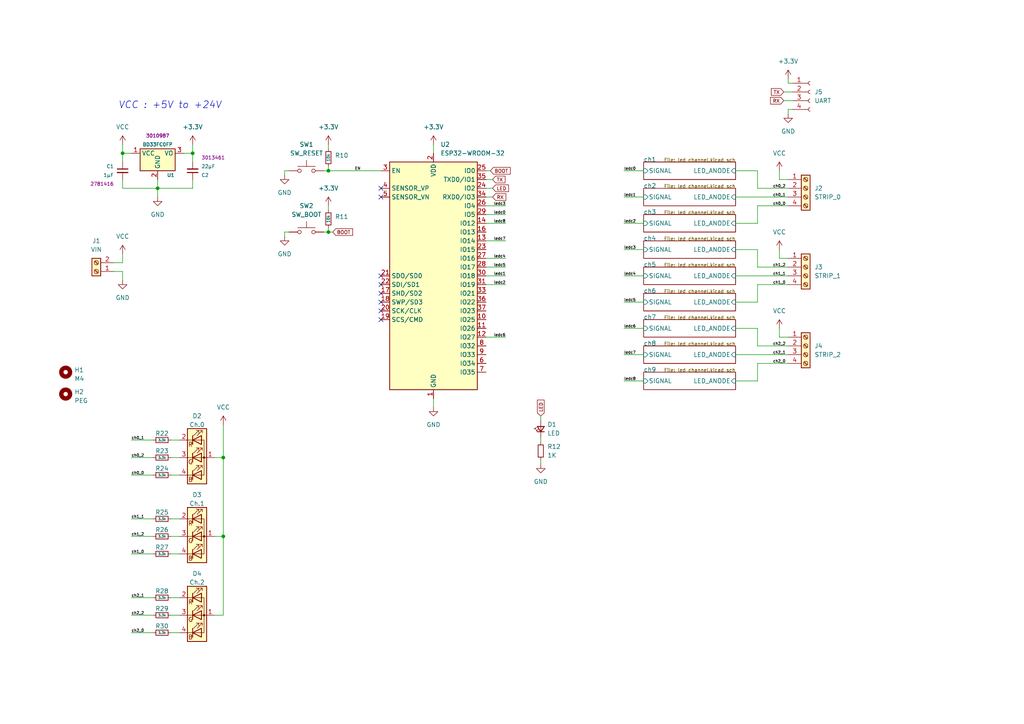
<source format=kicad_sch>
(kicad_sch (version 20230121) (generator eeschema)
  (paper "A4")
  (lib_symbols
    (symbol "Connector:Conn_01x04_Female" (pin_names (offset 1.016) hide)
      (property "Reference" "J" (at 0 5.08 0))
      (property "Value" "Conn_01x04_Female" (at 0 -7.62 0))
      (symbol "Conn_01x04_Female_1_1"
        (arc (start 0 -4.572) (mid -0.5058 -5.08) (end 0 -5.588) (stroke (width 0.1524)))
        (arc (start 0 -2.032) (mid -0.5058 -2.54) (end 0 -3.048) (stroke (width 0.1524)))
        (polyline (pts (xy -1.27 -5.08) (xy -0.508 -5.08)) (stroke (width 0.1524)))
        (polyline (pts (xy -1.27 -2.54) (xy -0.508 -2.54)) (stroke (width 0.1524)))
        (polyline (pts (xy -1.27 0) (xy -0.508 0)) (stroke (width 0.1524)))
        (polyline (pts (xy -1.27 2.54) (xy -0.508 2.54)) (stroke (width 0.1524)))
        (arc (start 0 0.508) (mid -0.5058 0) (end 0 -0.508) (stroke (width 0.1524)))
        (arc (start 0 3.048) (mid -0.5058 2.54) (end 0 2.032) (stroke (width 0.1524)))
        (pin passive line (at -5.08 2.54 0) (length 3.81) (name "Pin_1") (number "1"))
        (pin passive line (at -5.08 0 0) (length 3.81) (name "Pin_2") (number "2"))
        (pin passive line (at -5.08 -2.54 0) (length 3.81) (name "Pin_3") (number "3"))
        (pin passive line (at -5.08 -5.08 0) (length 3.81) (name "Pin_4") (number "4"))
      )
    )
    (symbol "Connector:Screw_Terminal_01x02" (pin_names (offset 1.016) hide)
      (property "Reference" "J" (at 0 2.54 0))
      (property "Value" "Screw_Terminal_01x02" (at 0 -5.08 0))
      (symbol "Screw_Terminal_01x02_1_1"
        (rectangle (start -1.27 1.27) (end 1.27 -3.81) (stroke (width 0.254)) (fill (type background)))
        (circle (center 0 -2.54) (radius 0.635) (stroke (width 0.1524)))
        (polyline (pts (xy -0.5334 -2.2098) (xy 0.3302 -3.048)) (stroke (width 0.1524)))
        (polyline (pts (xy -0.5334 0.3302) (xy 0.3302 -0.508)) (stroke (width 0.1524)))
        (polyline (pts (xy -0.3556 -2.032) (xy 0.508 -2.8702)) (stroke (width 0.1524)))
        (polyline (pts (xy -0.3556 0.508) (xy 0.508 -0.3302)) (stroke (width 0.1524)))
        (circle (center 0 0) (radius 0.635) (stroke (width 0.1524)))
        (pin passive line (at -5.08 0 0) (length 3.81) (name "Pin_1") (number "1"))
        (pin passive line (at -5.08 -2.54 0) (length 3.81) (name "Pin_2") (number "2"))
      )
    )
    (symbol "Connector:Screw_Terminal_01x04" (pin_names (offset 1.016) hide)
      (property "Reference" "J" (at 0 5.08 0))
      (property "Value" "Screw_Terminal_01x04" (at 0 -7.62 0))
      (symbol "Screw_Terminal_01x04_1_1"
        (rectangle (start -1.27 3.81) (end 1.27 -6.35) (stroke (width 0.254)) (fill (type background)))
        (circle (center 0 -5.08) (radius 0.635) (stroke (width 0.1524)))
        (circle (center 0 -2.54) (radius 0.635) (stroke (width 0.1524)))
        (polyline (pts (xy -0.5334 -4.7498) (xy 0.3302 -5.588)) (stroke (width 0.1524)))
        (polyline (pts (xy -0.5334 -2.2098) (xy 0.3302 -3.048)) (stroke (width 0.1524)))
        (polyline (pts (xy -0.5334 0.3302) (xy 0.3302 -0.508)) (stroke (width 0.1524)))
        (polyline (pts (xy -0.5334 2.8702) (xy 0.3302 2.032)) (stroke (width 0.1524)))
        (polyline (pts (xy -0.3556 -4.572) (xy 0.508 -5.4102)) (stroke (width 0.1524)))
        (polyline (pts (xy -0.3556 -2.032) (xy 0.508 -2.8702)) (stroke (width 0.1524)))
        (polyline (pts (xy -0.3556 0.508) (xy 0.508 -0.3302)) (stroke (width 0.1524)))
        (polyline (pts (xy -0.3556 3.048) (xy 0.508 2.2098)) (stroke (width 0.1524)))
        (circle (center 0 0) (radius 0.635) (stroke (width 0.1524)))
        (circle (center 0 2.54) (radius 0.635) (stroke (width 0.1524)))
        (pin passive line (at -5.08 2.54 0) (length 3.81) (name "Pin_1") (number "1"))
        (pin passive line (at -5.08 0 0) (length 3.81) (name "Pin_2") (number "2"))
        (pin passive line (at -5.08 -2.54 0) (length 3.81) (name "Pin_3") (number "3"))
        (pin passive line (at -5.08 -5.08 0) (length 3.81) (name "Pin_4") (number "4"))
      )
    )
    (symbol "Device:C_Small" (pin_numbers hide) (pin_names (offset 0.254) hide)
      (property "Reference" "C" (at 0.254 1.778 0))
      (property "Value" "C_Small" (at 0.254 -2.032 0))
      (symbol "C_Small_0_1"
        (polyline (pts (xy -1.524 -0.508) (xy 1.524 -0.508)) (stroke (width 0.3302)))
        (polyline (pts (xy -1.524 0.508) (xy 1.524 0.508)) (stroke (width 0.3048)))
      )
      (symbol "C_Small_1_1"
        (pin passive line (at 0 2.54 270) (length 2.032) (name "~") (number "1"))
        (pin passive line (at 0 -2.54 90) (length 2.032) (name "~") (number "2"))
      )
    )
    (symbol "Device:LED_ARGB" (pin_names (offset 0) hide)
      (property "Reference" "D" (at 0 9.398 0))
      (property "Value" "LED_ARGB" (at 0 -8.89 0))
      (symbol "LED_ARGB_0_0"
        (text "B" (at -1.905 -6.35 0) (effects (font (size 1.27 1.27))))
        (text "G" (at -1.905 -1.27 0) (effects (font (size 1.27 1.27))))
        (text "R" (at -1.905 3.81 0) (effects (font (size 1.27 1.27))))
      )
      (symbol "LED_ARGB_0_1"
        (polyline (pts (xy -1.27 -5.08) (xy -2.54 -5.08)))
        (polyline (pts (xy -1.27 -5.08) (xy 1.27 -5.08)))
        (polyline (pts (xy -1.27 -3.81) (xy -1.27 -6.35)) (stroke (width 0.254)))
        (polyline (pts (xy -1.27 0) (xy -2.54 0)))
        (polyline (pts (xy -1.27 1.27) (xy -1.27 -1.27)) (stroke (width 0.254)))
        (polyline (pts (xy -1.27 5.08) (xy -2.54 5.08)))
        (polyline (pts (xy -1.27 5.08) (xy 1.27 5.08)))
        (polyline (pts (xy -1.27 6.35) (xy -1.27 3.81)) (stroke (width 0.254)))
        (polyline (pts (xy 1.27 0) (xy -1.27 0)))
        (polyline (pts (xy 1.27 0) (xy 2.54 0)))
        (polyline (pts (xy -1.27 1.27) (xy -1.27 -1.27) (xy -1.27 -1.27)))
        (polyline (pts (xy -1.27 6.35) (xy -1.27 3.81) (xy -1.27 3.81)))
        (polyline (pts (xy 1.27 -5.08) (xy 2.032 -5.08) (xy 2.032 5.08) (xy 1.27 5.08)))
        (polyline (pts (xy 1.27 -3.81) (xy 1.27 -6.35) (xy -1.27 -5.08) (xy 1.27 -3.81)) (stroke (width 0.254)))
        (polyline (pts (xy 1.27 1.27) (xy 1.27 -1.27) (xy -1.27 0) (xy 1.27 1.27)) (stroke (width 0.254)))
        (polyline (pts (xy 1.27 6.35) (xy 1.27 3.81) (xy -1.27 5.08) (xy 1.27 6.35)) (stroke (width 0.254)))
        (polyline (pts (xy -1.016 -3.81) (xy 0.508 -2.286) (xy -0.254 -2.286) (xy 0.508 -2.286) (xy 0.508 -3.048)))
        (polyline (pts (xy -1.016 1.27) (xy 0.508 2.794) (xy -0.254 2.794) (xy 0.508 2.794) (xy 0.508 2.032)))
        (polyline (pts (xy -1.016 6.35) (xy 0.508 7.874) (xy -0.254 7.874) (xy 0.508 7.874) (xy 0.508 7.112)))
        (polyline (pts (xy 0 -3.81) (xy 1.524 -2.286) (xy 0.762 -2.286) (xy 1.524 -2.286) (xy 1.524 -3.048)))
        (polyline (pts (xy 0 1.27) (xy 1.524 2.794) (xy 0.762 2.794) (xy 1.524 2.794) (xy 1.524 2.032)))
        (polyline (pts (xy 0 6.35) (xy 1.524 7.874) (xy 0.762 7.874) (xy 1.524 7.874) (xy 1.524 7.112)))
        (rectangle (start 1.27 -1.27) (end 1.27 1.27))
        (rectangle (start 1.27 1.27) (end 1.27 1.27))
        (rectangle (start 1.27 3.81) (end 1.27 6.35))
        (rectangle (start 1.27 6.35) (end 1.27 6.35))
        (circle (center 2.032 0) (radius 0.254) (fill (type outline)))
        (rectangle (start 2.794 8.382) (end -2.794 -7.62) (stroke (width 0.254)) (fill (type background)))
      )
      (symbol "LED_ARGB_1_1"
        (pin passive line (at 5.08 0 180) (length 2.54) (name "A") (number "1"))
        (pin passive line (at -5.08 5.08 0) (length 2.54) (name "RK") (number "2"))
        (pin passive line (at -5.08 0 0) (length 2.54) (name "GK") (number "3"))
        (pin passive line (at -5.08 -5.08 0) (length 2.54) (name "BK") (number "4"))
      )
    )
    (symbol "Device:LED_Small" (pin_numbers hide) (pin_names (offset 0.254) hide)
      (property "Reference" "D" (at -1.27 3.175 0))
      (property "Value" "LED_Small" (at -4.445 -2.54 0))
      (symbol "LED_Small_0_1"
        (polyline (pts (xy -0.762 -1.016) (xy -0.762 1.016)) (stroke (width 0.254)))
        (polyline (pts (xy 1.016 0) (xy -0.762 0)))
        (polyline (pts (xy 0.762 -1.016) (xy -0.762 0) (xy 0.762 1.016) (xy 0.762 -1.016)) (stroke (width 0.254)))
        (polyline (pts (xy 0 0.762) (xy -0.508 1.27) (xy -0.254 1.27) (xy -0.508 1.27) (xy -0.508 1.016)))
        (polyline (pts (xy 0.508 1.27) (xy 0 1.778) (xy 0.254 1.778) (xy 0 1.778) (xy 0 1.524)))
      )
      (symbol "LED_Small_1_1"
        (pin passive line (at -2.54 0 0) (length 1.778) (name "K") (number "1"))
        (pin passive line (at 2.54 0 180) (length 1.778) (name "A") (number "2"))
      )
    )
    (symbol "Device:R_Small" (pin_numbers hide) (pin_names (offset 0.254) hide)
      (property "Reference" "R" (at 0.762 0.508 0))
      (property "Value" "R_Small" (at 0.762 -1.016 0))
      (symbol "R_Small_0_1"
        (rectangle (start -0.762 1.778) (end 0.762 -1.778) (stroke (width 0.2032)))
      )
      (symbol "R_Small_1_1"
        (pin passive line (at 0 2.54 270) (length 0.762) (name "~") (number "1"))
        (pin passive line (at 0 -2.54 90) (length 0.762) (name "~") (number "2"))
      )
    )
    (symbol "Mechanical:MountingHole" (pin_names (offset 1.016))
      (property "Reference" "H" (at 0 5.08 0))
      (property "Value" "MountingHole" (at 0 3.175 0))
      (symbol "MountingHole_0_1"
        (circle (center 0 0) (radius 1.27) (stroke (width 1.27)))
      )
    )
    (symbol "RF_Module:ESP32-WROOM-32"
      (property "Reference" "U" (at -12.7 34.29 0))
      (property "Value" "ESP32-WROOM-32" (at 1.27 34.29 0))
      (symbol "ESP32-WROOM-32_0_1"
        (rectangle (start -12.7 33.02) (end 12.7 -33.02) (stroke (width 0.254)) (fill (type background)))
      )
      (symbol "ESP32-WROOM-32_1_1"
        (pin power_in line (at 0 -35.56 90) (length 2.54) (name "GND") (number "1"))
        (pin bidirectional line (at 15.24 -12.7 180) (length 2.54) (name "IO25") (number "10"))
        (pin bidirectional line (at 15.24 -15.24 180) (length 2.54) (name "IO26") (number "11"))
        (pin bidirectional line (at 15.24 -17.78 180) (length 2.54) (name "IO27") (number "12"))
        (pin bidirectional line (at 15.24 10.16 180) (length 2.54) (name "IO14") (number "13"))
        (pin bidirectional line (at 15.24 15.24 180) (length 2.54) (name "IO12") (number "14"))
        (pin passive line (at 0 -35.56 90) (length 2.54) hide (name "GND") (number "15"))
        (pin bidirectional line (at 15.24 12.7 180) (length 2.54) (name "IO13") (number "16"))
        (pin bidirectional line (at -15.24 -5.08 0) (length 2.54) (name "SHD/SD2") (number "17"))
        (pin bidirectional line (at -15.24 -7.62 0) (length 2.54) (name "SWP/SD3") (number "18"))
        (pin bidirectional line (at -15.24 -12.7 0) (length 2.54) (name "SCS/CMD") (number "19"))
        (pin power_in line (at 0 35.56 270) (length 2.54) (name "VDD") (number "2"))
        (pin bidirectional line (at -15.24 -10.16 0) (length 2.54) (name "SCK/CLK") (number "20"))
        (pin bidirectional line (at -15.24 0 0) (length 2.54) (name "SDO/SD0") (number "21"))
        (pin bidirectional line (at -15.24 -2.54 0) (length 2.54) (name "SDI/SD1") (number "22"))
        (pin bidirectional line (at 15.24 7.62 180) (length 2.54) (name "IO15") (number "23"))
        (pin bidirectional line (at 15.24 25.4 180) (length 2.54) (name "IO2") (number "24"))
        (pin bidirectional line (at 15.24 30.48 180) (length 2.54) (name "IO0") (number "25"))
        (pin bidirectional line (at 15.24 20.32 180) (length 2.54) (name "IO4") (number "26"))
        (pin bidirectional line (at 15.24 5.08 180) (length 2.54) (name "IO16") (number "27"))
        (pin bidirectional line (at 15.24 2.54 180) (length 2.54) (name "IO17") (number "28"))
        (pin bidirectional line (at 15.24 17.78 180) (length 2.54) (name "IO5") (number "29"))
        (pin input line (at -15.24 30.48 0) (length 2.54) (name "EN") (number "3"))
        (pin bidirectional line (at 15.24 0 180) (length 2.54) (name "IO18") (number "30"))
        (pin bidirectional line (at 15.24 -2.54 180) (length 2.54) (name "IO19") (number "31"))
        (pin no_connect line (at -12.7 -27.94 0) (length 2.54) hide (name "NC") (number "32"))
        (pin bidirectional line (at 15.24 -5.08 180) (length 2.54) (name "IO21") (number "33"))
        (pin bidirectional line (at 15.24 22.86 180) (length 2.54) (name "RXD0/IO3") (number "34"))
        (pin bidirectional line (at 15.24 27.94 180) (length 2.54) (name "TXD0/IO1") (number "35"))
        (pin bidirectional line (at 15.24 -7.62 180) (length 2.54) (name "IO22") (number "36"))
        (pin bidirectional line (at 15.24 -10.16 180) (length 2.54) (name "IO23") (number "37"))
        (pin passive line (at 0 -35.56 90) (length 2.54) hide (name "GND") (number "38"))
        (pin passive line (at 0 -35.56 90) (length 2.54) hide (name "GND") (number "39"))
        (pin input line (at -15.24 25.4 0) (length 2.54) (name "SENSOR_VP") (number "4"))
        (pin input line (at -15.24 22.86 0) (length 2.54) (name "SENSOR_VN") (number "5"))
        (pin input line (at 15.24 -25.4 180) (length 2.54) (name "IO34") (number "6"))
        (pin input line (at 15.24 -27.94 180) (length 2.54) (name "IO35") (number "7"))
        (pin bidirectional line (at 15.24 -20.32 180) (length 2.54) (name "IO32") (number "8"))
        (pin bidirectional line (at 15.24 -22.86 180) (length 2.54) (name "IO33") (number "9"))
      )
    )
    (symbol "Regulator_Linear:BD33FC0FP"
      (property "Reference" "U" (at 0 7.62 0))
      (property "Value" "BD33FC0FP" (at 0 5.08 0))
      (symbol "BD33FC0FP_1_1"
        (rectangle (start -5.08 -5.08) (end 5.08 1.27) (stroke (width 0.254)) (fill (type background)))
        (pin power_in line (at -7.62 0 0) (length 2.54) (name "VCC") (number "1"))
        (pin power_in line (at 0 -7.62 90) (length 2.54) (name "GND") (number "2"))
        (pin power_out line (at 7.62 0 180) (length 2.54) (name "VO") (number "3"))
      )
    )
    (symbol "Switch:SW_Push" (pin_numbers hide) (pin_names (offset 1.016) hide)
      (property "Reference" "SW" (at 1.27 2.54 0))
      (property "Value" "SW_Push" (at 0 -1.524 0))
      (symbol "SW_Push_0_1"
        (circle (center -2.032 0) (radius 0.508))
        (polyline (pts (xy 0 1.27) (xy 0 3.048)))
        (polyline (pts (xy 2.54 1.27) (xy -2.54 1.27)))
        (circle (center 2.032 0) (radius 0.508))
        (pin passive line (at -5.08 0 0) (length 2.54) (name "1") (number "1"))
        (pin passive line (at 5.08 0 180) (length 2.54) (name "2") (number "2"))
      )
    )
    (symbol "power:+3.3V" (power) (pin_names (offset 0))
      (property "Value" "+3.3V" (at 0 3.556 0))
      (symbol "+3.3V_0_1"
        (polyline (pts (xy -0.762 1.27) (xy 0 2.54)))
        (polyline (pts (xy 0 0) (xy 0 2.54)))
        (polyline (pts (xy 0 2.54) (xy 0.762 1.27)))
      )
      (symbol "+3.3V_1_1"
        (pin power_in line (at 0 0 90) (length 0) hide (name "+3.3V") (number "1"))
      )
    )
    (symbol "power:GND" (power) (pin_names (offset 0))
      (property "Value" "GND" (at 0 -3.81 0))
      (symbol "GND_0_1"
        (polyline (pts (xy 0 0) (xy 0 -1.27) (xy 1.27 -1.27) (xy 0 -2.54) (xy -1.27 -1.27) (xy 0 -1.27)))
      )
      (symbol "GND_1_1"
        (pin power_in line (at 0 0 270) (length 0) hide (name "GND") (number "1"))
      )
    )
    (symbol "power:VCC" (power) (pin_names (offset 0))
      (property "Value" "VCC" (at 0 3.81 0))
      (symbol "VCC_0_1"
        (polyline (pts (xy -0.762 1.27) (xy 0 2.54)))
        (polyline (pts (xy 0 0) (xy 0 2.54)))
        (polyline (pts (xy 0 2.54) (xy 0.762 1.27)))
      )
      (symbol "VCC_1_1"
        (pin power_in line (at 0 0 90) (length 0) hide (name "VCC") (number "1"))
      )
    )
  )
  (junction (at 64.77 132.715))
  (junction (at 95.25 49.53))
  (junction (at 55.88 44.45))
  (junction (at 45.72 54.61))
  (junction (at 35.56 44.45))
  (junction (at 64.77 155.575))
  (junction (at 95.25 67.31))
  (no_connect (at 110.49 57.15))
  (no_connect (at 110.49 54.61))
  (no_connect (at 110.49 80.01))
  (no_connect (at 110.49 82.55))
  (no_connect (at 110.49 85.09))
  (no_connect (at 110.49 90.17))
  (no_connect (at 110.49 92.71))
  (no_connect (at 110.49 87.63))
  (wire (pts (xy 140.97 49.53) (xy 142.24 49.53)))
  (wire (pts (xy 226.06 72.39) (xy 226.06 74.93)))
  (wire (pts (xy 95.25 41.91) (xy 95.25 43.18)))
  (wire (pts (xy 38.1 183.515) (xy 44.45 183.515)))
  (wire (pts (xy 213.36 95.25) (xy 219.71 95.25)))
  (wire (pts (xy 226.06 74.93) (xy 228.6 74.93)))
  (wire (pts (xy 146.685 77.47) (xy 140.97 77.47)))
  (wire (pts (xy 219.71 110.49) (xy 219.71 105.41)))
  (wire (pts (xy 82.55 49.53) (xy 83.82 49.53)))
  (wire (pts (xy 49.53 183.515) (xy 52.07 183.515)))
  (wire (pts (xy 95.25 59.69) (xy 95.25 60.96)))
  (wire (pts (xy 38.1 137.795) (xy 44.45 137.795)))
  (wire (pts (xy 180.975 102.87) (xy 186.69 102.87)))
  (wire (pts (xy 156.845 120.65) (xy 156.845 121.92)))
  (wire (pts (xy 213.36 64.77) (xy 219.71 64.77)))
  (wire (pts (xy 219.71 64.77) (xy 219.71 59.69)))
  (wire (pts (xy 140.97 59.69) (xy 146.685 59.69)))
  (wire (pts (xy 180.975 57.15) (xy 186.69 57.15)))
  (wire (pts (xy 219.71 100.33) (xy 228.6 100.33)))
  (wire (pts (xy 64.77 123.19) (xy 64.77 132.715)))
  (wire (pts (xy 213.36 102.87) (xy 228.6 102.87)))
  (wire (pts (xy 180.975 80.01) (xy 186.69 80.01)))
  (wire (pts (xy 35.56 78.74) (xy 35.56 81.28)))
  (wire (pts (xy 33.02 78.74) (xy 35.56 78.74)))
  (wire (pts (xy 38.1 160.655) (xy 44.45 160.655)))
  (wire (pts (xy 146.685 74.93) (xy 140.97 74.93)))
  (wire (pts (xy 213.36 110.49) (xy 219.71 110.49)))
  (wire (pts (xy 180.975 72.39) (xy 186.69 72.39)))
  (wire (pts (xy 140.97 52.07) (xy 142.875 52.07)))
  (wire (pts (xy 180.975 87.63) (xy 186.69 87.63)))
  (wire (pts (xy 35.56 52.07) (xy 35.56 54.61)))
  (wire (pts (xy 82.55 50.8) (xy 82.55 49.53)))
  (wire (pts (xy 64.77 155.575) (xy 64.77 178.435)))
  (wire (pts (xy 213.36 57.15) (xy 228.6 57.15)))
  (wire (pts (xy 213.36 87.63) (xy 219.71 87.63)))
  (wire (pts (xy 140.97 54.61) (xy 142.875 54.61)))
  (wire (pts (xy 219.71 54.61) (xy 228.6 54.61)))
  (wire (pts (xy 38.1 127.635) (xy 44.45 127.635)))
  (wire (pts (xy 219.71 95.25) (xy 219.71 100.33)))
  (wire (pts (xy 219.71 105.41) (xy 228.6 105.41)))
  (wire (pts (xy 49.53 178.435) (xy 52.07 178.435)))
  (wire (pts (xy 125.73 115.57) (xy 125.73 118.11)))
  (wire (pts (xy 55.88 41.91) (xy 55.88 44.45)))
  (wire (pts (xy 226.06 97.79) (xy 228.6 97.79)))
  (wire (pts (xy 82.55 68.58) (xy 82.55 67.31)))
  (wire (pts (xy 156.845 133.35) (xy 156.845 134.62)))
  (wire (pts (xy 93.98 67.31) (xy 95.25 67.31)))
  (wire (pts (xy 35.56 54.61) (xy 45.72 54.61)))
  (wire (pts (xy 93.98 49.53) (xy 95.25 49.53)))
  (wire (pts (xy 33.02 76.2) (xy 35.56 76.2)))
  (wire (pts (xy 219.71 77.47) (xy 228.6 77.47)))
  (wire (pts (xy 146.685 80.01) (xy 140.97 80.01)))
  (wire (pts (xy 180.975 95.25) (xy 186.69 95.25)))
  (wire (pts (xy 38.1 132.715) (xy 44.45 132.715)))
  (wire (pts (xy 226.06 95.25) (xy 226.06 97.79)))
  (wire (pts (xy 140.97 69.85) (xy 146.685 69.85)))
  (wire (pts (xy 219.71 87.63) (xy 219.71 82.55)))
  (wire (pts (xy 180.975 110.49) (xy 186.69 110.49)))
  (wire (pts (xy 64.77 132.715) (xy 64.77 155.575)))
  (wire (pts (xy 45.72 54.61) (xy 45.72 57.15)))
  (wire (pts (xy 62.23 155.575) (xy 64.77 155.575)))
  (wire (pts (xy 49.53 160.655) (xy 52.07 160.655)))
  (wire (pts (xy 213.36 80.01) (xy 228.6 80.01)))
  (wire (pts (xy 35.56 44.45) (xy 35.56 46.99)))
  (wire (pts (xy 219.71 49.53) (xy 219.71 54.61)))
  (wire (pts (xy 38.1 155.575) (xy 44.45 155.575)))
  (wire (pts (xy 146.685 82.55) (xy 140.97 82.55)))
  (wire (pts (xy 49.53 137.795) (xy 52.07 137.795)))
  (wire (pts (xy 140.97 97.79) (xy 146.685 97.79)))
  (wire (pts (xy 213.36 72.39) (xy 219.71 72.39)))
  (wire (pts (xy 95.25 48.26) (xy 95.25 49.53)))
  (wire (pts (xy 49.53 150.495) (xy 52.07 150.495)))
  (wire (pts (xy 38.1 150.495) (xy 44.45 150.495)))
  (wire (pts (xy 55.88 44.45) (xy 55.88 46.99)))
  (wire (pts (xy 35.56 41.91) (xy 35.56 44.45)))
  (wire (pts (xy 219.71 72.39) (xy 219.71 77.47)))
  (wire (pts (xy 226.06 49.53) (xy 226.06 52.07)))
  (wire (pts (xy 227.33 26.67) (xy 229.87 26.67)))
  (wire (pts (xy 49.53 127.635) (xy 52.07 127.635)))
  (wire (pts (xy 228.6 22.86) (xy 228.6 24.13)))
  (wire (pts (xy 180.975 49.53) (xy 186.69 49.53)))
  (wire (pts (xy 49.53 173.355) (xy 52.07 173.355)))
  (wire (pts (xy 95.25 49.53) (xy 110.49 49.53)))
  (wire (pts (xy 146.685 62.23) (xy 140.97 62.23)))
  (wire (pts (xy 38.1 178.435) (xy 44.45 178.435)))
  (wire (pts (xy 95.25 66.04) (xy 95.25 67.31)))
  (wire (pts (xy 45.72 52.07) (xy 45.72 54.61)))
  (wire (pts (xy 227.33 29.21) (xy 229.87 29.21)))
  (wire (pts (xy 125.73 41.91) (xy 125.73 44.45)))
  (wire (pts (xy 95.25 67.31) (xy 96.52 67.31)))
  (wire (pts (xy 228.6 31.75) (xy 229.87 31.75)))
  (wire (pts (xy 62.23 178.435) (xy 64.77 178.435)))
  (wire (pts (xy 45.72 54.61) (xy 55.88 54.61)))
  (wire (pts (xy 219.71 82.55) (xy 228.6 82.55)))
  (wire (pts (xy 156.845 127) (xy 156.845 128.27)))
  (wire (pts (xy 228.6 33.02) (xy 228.6 31.75)))
  (wire (pts (xy 228.6 24.13) (xy 229.87 24.13)))
  (wire (pts (xy 38.1 44.45) (xy 35.56 44.45)))
  (wire (pts (xy 213.36 49.53) (xy 219.71 49.53)))
  (wire (pts (xy 55.88 52.07) (xy 55.88 54.61)))
  (wire (pts (xy 140.97 64.77) (xy 146.685 64.77)))
  (wire (pts (xy 53.34 44.45) (xy 55.88 44.45)))
  (wire (pts (xy 82.55 67.31) (xy 83.82 67.31)))
  (wire (pts (xy 35.56 73.66) (xy 35.56 76.2)))
  (wire (pts (xy 180.975 64.77) (xy 186.69 64.77)))
  (wire (pts (xy 140.97 57.15) (xy 142.875 57.15)))
  (wire (pts (xy 226.06 52.07) (xy 228.6 52.07)))
  (wire (pts (xy 49.53 155.575) (xy 52.07 155.575)))
  (wire (pts (xy 219.71 59.69) (xy 228.6 59.69)))
  (wire (pts (xy 62.23 132.715) (xy 64.77 132.715)))
  (wire (pts (xy 49.53 132.715) (xy 52.07 132.715)))
  (wire (pts (xy 38.1 173.355) (xy 44.45 173.355)))
  (text "VCC : +5V to +24V" (at 34.29 31.75 0) (effects (font (size 2 2) italic) (justify left bottom)))
  (label "ledc3" (at 180.975 72.39 0) (effects (font (size 0.8 0.8))))
  (label "ledc7" (at 180.975 102.87 0) (effects (font (size 0.8 0.8))))
  (label "ledc2" (at 146.685 82.55 180) (effects (font (size 0.8 0.8))))
  (label "ch0_2" (at 38.1 132.715 0) (effects (font (size 0.8 0.8))))
  (label "ch2_1" (at 38.1 173.355 0) (effects (font (size 0.8 0.8))))
  (label "ledc7" (at 146.685 69.85 180) (effects (font (size 0.8 0.8))))
  (label "ledc2" (at 180.975 64.77 0) (effects (font (size 0.8 0.8))))
  (label "ch2_0" (at 38.1 183.515 0) (effects (font (size 0.8 0.8))))
  (label "ch2_1" (at 224.155 102.87 0) (effects (font (size 0.8 0.8))))
  (label "ch0_0" (at 224.155 59.69 0) (effects (font (size 0.8 0.8))))
  (label "EN" (at 102.87 49.53 0) (effects (font (size 0.8 0.8))))
  (label "ledc5" (at 180.975 87.63 0) (effects (font (size 0.8 0.8))))
  (label "ledc0" (at 146.685 62.23 180) (effects (font (size 0.8 0.8))))
  (label "ch0_2" (at 224.155 54.61 0) (effects (font (size 0.8 0.8))))
  (label "ch0_1" (at 38.1 127.635 0) (effects (font (size 0.8 0.8))))
  (label "ledc4" (at 146.685 74.93 180) (effects (font (size 0.8 0.8))))
  (label "ch1_0" (at 38.1 160.655 0) (effects (font (size 0.8 0.8))))
  (label "ledc4" (at 180.975 80.01 0) (effects (font (size 0.8 0.8))))
  (label "ledc6" (at 180.975 95.25 0) (effects (font (size 0.8 0.8))))
  (label "ch1_1" (at 38.1 150.495 0) (effects (font (size 0.8 0.8))))
  (label "ledc8" (at 146.685 64.77 180) (effects (font (size 0.8 0.8))))
  (label "ledc1" (at 146.685 80.01 180) (effects (font (size 0.8 0.8))))
  (label "ledc0" (at 180.975 49.53 0) (effects (font (size 0.8 0.8))))
  (label "ch2_2" (at 224.155 100.33 0) (effects (font (size 0.8 0.8))))
  (label "ch1_0" (at 224.155 82.55 0) (effects (font (size 0.8 0.8))))
  (label "ch1_1" (at 224.155 80.01 0) (effects (font (size 0.8 0.8))))
  (label "ch1_2" (at 38.1 155.575 0) (effects (font (size 0.8 0.8))))
  (label "ch2_2" (at 38.1 178.435 0) (effects (font (size 0.8 0.8))))
  (label "ledc3" (at 146.685 59.69 180) (effects (font (size 0.8 0.8))))
  (label "ledc5" (at 146.685 77.47 180) (effects (font (size 0.8 0.8))))
  (label "ledc8" (at 180.975 110.49 0) (effects (font (size 0.8 0.8))))
  (label "ch1_2" (at 224.155 77.47 0) (effects (font (size 0.8 0.8))))
  (label "ch0_0" (at 38.1 137.795 0) (effects (font (size 0.8 0.8))))
  (label "ch0_1" (at 224.155 57.15 0) (effects (font (size 0.8 0.8))))
  (label "ledc6" (at 146.685 97.79 180) (effects (font (size 0.8 0.8))))
  (label "ch2_0" (at 224.155 105.41 0) (effects (font (size 0.8 0.8))))
  (label "ledc1" (at 180.975 57.15 0) (effects (font (size 0.8 0.8))))
  (global_label "RX" (shape input) (at 142.875 57.15 0) (effects (font (size 1 1))) (property "Intersheetrefs" "${INTERSHEET_REFS}" (effects hide)))
  (global_label "RX" (shape input) (at 227.33 29.21 180) (effects (font (size 1 1))) (property "Intersheetrefs" "${INTERSHEET_REFS}" (effects hide)))
  (global_label "BOOT" (shape input) (at 96.52 67.31 0) (effects (font (size 1 1))) (property "Intersheetrefs" "${INTERSHEET_REFS}" (effects hide)))
  (global_label "TX" (shape input) (at 142.875 52.07 0) (effects (font (size 1 1))) (property "Intersheetrefs" "${INTERSHEET_REFS}" (effects hide)))
  (global_label "LED" (shape input) (at 156.845 120.65 90) (effects (font (size 1 1))) (property "Intersheetrefs" "${INTERSHEET_REFS}" (effects hide)))
  (global_label "BOOT" (shape input) (at 142.24 49.53 0) (effects (font (size 1 1))) (property "Intersheetrefs" "${INTERSHEET_REFS}" (effects hide)))
  (global_label "LED" (shape input) (at 142.875 54.61 0) (effects (font (size 1 1))) (property "Intersheetrefs" "${INTERSHEET_REFS}" (effects hide)))
  (global_label "TX" (shape input) (at 227.33 26.67 180) (effects (font (size 1 1))) (property "Intersheetrefs" "${INTERSHEET_REFS}" (effects hide)))
  (symbol (lib_id "Device:R_Small") (at 95.25 63.5 0) (unit 1)
    (property "Reference" "R11" (at 97.155 62.8649 0) (effects (justify left)))
    (property "Value" "10k" (at 95.25 63.5 90) (effects (font (size 0.8 0.8))))
    (property "Footprint" "Resistor_SMD:R_0603_1608Metric" (effects hide))
  )
  (symbol (lib_id "Connector:Conn_01x04_Female") (at 234.95 26.67 0) (unit 1)
    (property "Reference" "J5" (at 236.22 26.6699 0) (effects (justify left)))
    (property "Value" "UART" (at 236.22 29.2099 0) (effects (justify left)))
    (property "Footprint" "Connector_PinHeader_2.54mm:PinHeader_1x04_P2.54mm_Vertical" (effects hide))
  )
  (symbol (lib_id "Device:R_Small") (at 156.845 130.81 0) (unit 1)
    (property "Reference" "R12" (at 158.75 129.5399 0) (effects (justify left)))
    (property "Value" "1K" (at 158.75 132.0799 0) (effects (justify left)))
    (property "Footprint" "Resistor_SMD:R_0603_1608Metric" (effects hide))
  )
  (symbol (lib_id "power:VCC") (at 35.56 41.91 0) (unit 1)
    (property "Reference" "#PWR0109" (effects hide))
    (property "Value" "VCC" (at 35.56 36.83 0))
  )
  (symbol (lib_id "power:+3.3V") (at 125.73 41.91 0) (unit 1)
    (property "Reference" "#PWR0104" (effects hide))
    (property "Value" "+3.3V" (at 125.73 36.83 0))
  )
  (symbol (lib_id "Device:R_Small") (at 95.25 45.72 0) (unit 1)
    (property "Reference" "R10" (at 97.155 45.0849 0) (effects (justify left)))
    (property "Value" "10k" (at 95.25 45.72 90) (effects (font (size 0.8 0.8))))
    (property "Footprint" "Resistor_SMD:R_0603_1608Metric" (effects hide))
  )
  (symbol (lib_id "power:+3.3V") (at 95.25 59.69 0) (unit 1)
    (property "Reference" "#PWR0120" (effects hide))
    (property "Value" "+3.3V" (at 95.25 54.61 0))
  )
  (symbol (lib_id "Connector:Screw_Terminal_01x04") (at 233.68 100.33 0) (unit 1)
    (property "Reference" "J4" (at 236.22 100.3299 0) (effects (justify left)))
    (property "Value" "STRIP_2" (at 236.22 102.8699 0) (effects (justify left)))
    (property "Footprint" "ENSADLED:fiche-bornier-4_P5.08mm" (effects hide))
  )
  (symbol (lib_id "Regulator_Linear:BD33FC0FP") (at 45.72 44.45 0) (unit 1)
    (property "Reference" "U1" (at 49.53 50.8 0) (effects (font (size 1 1))))
    (property "Value" "BD33FC0FP" (at 45.72 41.91 0) (effects (font (size 1 1))))
    (property "Footprint" "Package_TO_SOT_SMD:TO-252-2" (effects hide))
    (property "Datasheet" "https://fscdn.rohm.com/en/products/databook/datasheet/ic/power/linear_regulator/bdxxfc0wefj-e.pdf" (effects hide))
    (property "Farnell" "3010987" (at 45.72 39.37 0) (effects (font (size 1 1))))
  )
  (symbol (lib_id "power:+3.3V") (at 95.25 41.91 0) (unit 1)
    (property "Reference" "#PWR0121" (effects hide))
    (property "Value" "+3.3V" (at 95.25 36.83 0))
  )
  (symbol (lib_id "power:VCC") (at 226.06 95.25 0) (unit 1)
    (property "Reference" "#PWR0102" (effects hide))
    (property "Value" "VCC" (at 226.06 90.17 0))
  )
  (symbol (lib_id "Device:R_Small") (at 46.99 150.495 90) (unit 1)
    (property "Reference" "R25" (at 46.99 148.59 90))
    (property "Value" "3.3k" (at 46.99 150.495 90) (effects (font (size 0.7 0.7))))
    (property "Footprint" "Resistor_SMD:R_0603_1608Metric" (effects hide))
  )
  (symbol (lib_id "Mechanical:MountingHole") (at 19.05 107.95 0) (unit 1)
    (property "Reference" "H1" (at 21.59 107.315 0) (effects (justify left)))
    (property "Value" "M4" (at 21.59 109.855 0) (effects (justify left)))
    (property "Footprint" "MountingHole:MountingHole_4.3mm_M4" (effects hide))
  )
  (symbol (lib_id "Connector:Screw_Terminal_01x02") (at 27.94 78.74 180) (unit 1)
    (property "Reference" "J1" (at 27.94 69.85 0))
    (property "Value" "VIN" (at 27.94 72.39 0))
    (property "Footprint" "ENSADLED:fiche_bornier-2_P5.08mm" (effects hide))
  )
  (symbol (lib_id "Device:R_Small") (at 46.99 183.515 90) (unit 1)
    (property "Reference" "R30" (at 46.99 181.61 90))
    (property "Value" "3.3k" (at 46.99 183.515 90) (effects (font (size 0.7 0.7))))
    (property "Footprint" "Resistor_SMD:R_0603_1608Metric" (effects hide))
  )
  (symbol (lib_id "Device:LED_Small") (at 156.845 124.46 90) (unit 1)
    (property "Reference" "D1" (at 158.75 123.1264 90) (effects (justify right)))
    (property "Value" "LED" (at 158.75 125.6664 90) (effects (justify right)))
    (property "Footprint" "LED_SMD:LED_0603_1608Metric" (effects hide))
  )
  (symbol (lib_id "power:VCC") (at 64.77 123.19 0) (unit 1)
    (property "Reference" "#PWR01" (effects hide))
    (property "Value" "VCC" (at 64.77 118.11 0))
  )
  (symbol (lib_id "power:VCC") (at 226.06 49.53 0) (unit 1)
    (property "Reference" "#PWR0103" (effects hide))
    (property "Value" "VCC" (at 226.06 44.45 0))
  )
  (symbol (lib_id "Device:R_Small") (at 46.99 137.795 90) (unit 1)
    (property "Reference" "R24" (at 46.99 135.89 90))
    (property "Value" "3.3k" (at 46.99 137.795 90) (effects (font (size 0.7 0.7))))
    (property "Footprint" "Resistor_SMD:R_0603_1608Metric" (effects hide))
  )
  (symbol (lib_id "Device:C_Small") (at 55.88 49.53 180) (unit 1)
    (property "Reference" "C2" (at 58.42 50.8 0) (effects (font (size 1 1)) (justify right)))
    (property "Value" "22µF" (at 58.42 48.26 0) (effects (font (size 1 1)) (justify right)))
    (property "Footprint" "Capacitor_SMD:C_0805_2012Metric" (effects hide))
    (property "Farnell" "3013461" (at 58.42 45.72 0) (effects (font (size 1 1)) (justify right)))
  )
  (symbol (lib_id "Device:R_Small") (at 46.99 160.655 90) (unit 1)
    (property "Reference" "R27" (at 46.99 158.75 90))
    (property "Value" "3.3k" (at 46.99 160.655 90) (effects (font (size 0.7 0.7))))
    (property "Footprint" "Resistor_SMD:R_0603_1608Metric" (effects hide))
  )
  (symbol (lib_id "Connector:Screw_Terminal_01x04") (at 233.68 54.61 0) (unit 1)
    (property "Reference" "J2" (at 236.22 54.6099 0) (effects (justify left)))
    (property "Value" "STRIP_0" (at 236.22 57.1499 0) (effects (justify left)))
    (property "Footprint" "ENSADLED:fiche-bornier-4_P5.08mm" (effects hide))
  )
  (symbol (lib_id "power:GND") (at 125.73 118.11 0) (unit 1)
    (property "Reference" "#PWR0110" (effects hide))
    (property "Value" "GND" (at 125.73 123.19 0))
  )
  (symbol (lib_id "RF_Module:ESP32-WROOM-32") (at 125.73 80.01 0) (unit 1)
    (property "Reference" "U2" (at 127.7494 41.91 0) (effects (justify left)))
    (property "Value" "ESP32-WROOM-32" (at 127.7494 44.45 0) (effects (justify left)))
    (property "Footprint" "RF_Module:ESP32-WROOM-32" (effects hide))
    (property "Datasheet" "https://www.espressif.com/sites/default/files/documentation/esp32-wroom-32_datasheet_en.pdf" (effects hide))
  )
  (symbol (lib_id "power:VCC") (at 35.56 73.66 0) (unit 1)
    (property "Reference" "#PWR0105" (effects hide))
    (property "Value" "VCC" (at 35.56 68.58 0))
  )
  (symbol (lib_id "power:+3.3V") (at 228.6 22.86 0) (unit 1)
    (property "Reference" "#PWR0124" (effects hide))
    (property "Value" "+3.3V" (at 228.6 17.78 0))
  )
  (symbol (lib_id "Mechanical:MountingHole") (at 19.05 114.3 0) (unit 1)
    (property "Reference" "H2" (at 21.59 113.665 0) (effects (justify left)))
    (property "Value" "PEG" (at 21.59 116.205 0) (effects (justify left)))
    (property "Footprint" "MountingHole:MountingHole_3.2mm_M3" (effects hide))
  )
  (symbol (lib_id "power:+3.3V") (at 55.88 41.91 0) (unit 1)
    (property "Reference" "#PWR0108" (effects hide))
    (property "Value" "+3.3V" (at 55.88 36.83 0))
  )
  (symbol (lib_id "Device:C_Small") (at 35.56 49.53 0) (unit 1)
    (property "Reference" "C1" (at 33.02 48.26 0) (effects (font (size 1 1)) (justify right)))
    (property "Value" "1µF" (at 33.02 50.8 0) (effects (font (size 1 1)) (justify right)))
    (property "Footprint" "Capacitor_SMD:C_1206_3216Metric" (effects hide))
    (property "Farnell" "2781416" (at 33.02 53.34 0) (effects (font (size 1 1)) (justify right)))
  )
  (symbol (lib_id "power:GND") (at 228.6 33.02 0) (unit 1)
    (property "Reference" "#PWR0125" (effects hide))
    (property "Value" "GND" (at 228.6 38.1 0))
  )
  (symbol (lib_id "Device:R_Small") (at 46.99 155.575 90) (unit 1)
    (property "Reference" "R26" (at 46.99 153.67 90))
    (property "Value" "3.3k" (at 46.99 155.575 90) (effects (font (size 0.7 0.7))))
    (property "Footprint" "Resistor_SMD:R_0603_1608Metric" (effects hide))
  )
  (symbol (lib_id "power:VCC") (at 226.06 72.39 0) (unit 1)
    (property "Reference" "#PWR0101" (effects hide))
    (property "Value" "VCC" (at 226.06 67.31 0))
  )
  (symbol (lib_id "Switch:SW_Push") (at 88.9 49.53 0) (unit 1)
    (property "Reference" "SW1" (at 88.9 41.91 0))
    (property "Value" "SW_RESET" (at 88.9 44.45 0))
    (property "Footprint" "ENSADLED:EVQQ2" (effects hide))
  )
  (symbol (lib_id "power:GND") (at 156.845 134.62 0) (unit 1)
    (property "Reference" "#PWR0126" (effects hide))
    (property "Value" "GND" (at 156.845 139.7 0))
  )
  (symbol (lib_id "Device:R_Small") (at 46.99 127.635 90) (unit 1)
    (property "Reference" "R22" (at 46.99 125.73 90))
    (property "Value" "3.3k" (at 46.99 127.635 90) (effects (font (size 0.7 0.7))))
    (property "Footprint" "Resistor_SMD:R_0603_1608Metric" (effects hide))
  )
  (symbol (lib_id "Device:LED_ARGB") (at 57.15 155.575 0) (unit 1)
    (property "Reference" "D3" (at 57.15 143.51 0))
    (property "Value" "Ch.1" (at 57.15 146.05 0))
    (property "Footprint" "ENSADLED:ARGB_0404" (effects hide))
  )
  (symbol (lib_id "Device:R_Small") (at 46.99 132.715 90) (unit 1)
    (property "Reference" "R23" (at 46.99 130.81 90))
    (property "Value" "3.3k" (at 46.99 132.715 90) (effects (font (size 0.7 0.7))))
    (property "Footprint" "Resistor_SMD:R_0603_1608Metric" (effects hide))
  )
  (symbol (lib_id "Switch:SW_Push") (at 88.9 67.31 0) (unit 1)
    (property "Reference" "SW2" (at 88.9 59.69 0))
    (property "Value" "SW_BOOT" (at 88.9 62.23 0))
    (property "Footprint" "ENSADLED:EVQQ2" (effects hide))
  )
  (symbol (lib_id "power:GND") (at 35.56 81.28 0) (unit 1)
    (property "Reference" "#PWR0107" (effects hide))
    (property "Value" "GND" (at 35.56 86.36 0))
  )
  (symbol (lib_id "power:GND") (at 82.55 50.8 0) (unit 1)
    (property "Reference" "#PWR0122" (effects hide))
    (property "Value" "GND" (at 82.55 55.88 0))
  )
  (symbol (lib_id "Connector:Screw_Terminal_01x04") (at 233.68 77.47 0) (unit 1)
    (property "Reference" "J3" (at 236.22 77.4699 0) (effects (justify left)))
    (property "Value" "STRIP_1" (at 236.22 80.0099 0) (effects (justify left)))
    (property "Footprint" "ENSADLED:fiche-bornier-4_P5.08mm" (effects hide))
  )
  (symbol (lib_id "Device:R_Small") (at 46.99 173.355 90) (unit 1)
    (property "Reference" "R28" (at 46.99 171.45 90))
    (property "Value" "3.3k" (at 46.99 173.355 90) (effects (font (size 0.7 0.7))))
    (property "Footprint" "Resistor_SMD:R_0603_1608Metric" (effects hide))
  )
  (symbol (lib_id "power:GND") (at 82.55 68.58 0) (unit 1)
    (property "Reference" "#PWR0123" (effects hide))
    (property "Value" "GND" (at 82.55 73.66 0))
  )
  (symbol (lib_id "Device:R_Small") (at 46.99 178.435 90) (unit 1)
    (property "Reference" "R29" (at 46.99 176.53 90))
    (property "Value" "3.3k" (at 46.99 178.435 90) (effects (font (size 0.7 0.7))))
    (property "Footprint" "Resistor_SMD:R_0603_1608Metric" (effects hide))
  )
  (symbol (lib_id "Device:LED_ARGB") (at 57.15 178.435 0) (unit 1)
    (property "Reference" "D4" (at 57.15 166.37 0))
    (property "Value" "Ch.2" (at 57.15 168.91 0))
    (property "Footprint" "ENSADLED:ARGB_0404" (effects hide))
  )
  (symbol (lib_id "Device:LED_ARGB") (at 57.15 132.715 0) (unit 1)
    (property "Reference" "D2" (at 57.15 120.65 0))
    (property "Value" "Ch.0" (at 57.15 123.19 0))
    (property "Footprint" "ENSADLED:ARGB_0404" (effects hide))
  )
  (symbol (lib_id "power:GND") (at 45.72 57.15 0) (unit 1)
    (property "Reference" "#PWR0106" (effects hide))
    (property "Value" "GND" (at 45.72 62.23 0))
  )
  (sheet (at 186.69 54.61) (size 26.67 5.08) (stroke (width 0.1524))
    (property "Sheetname" "ch2" (at 186.69 54.61 0) (effects (justify left bottom)))
    (property "Sheetfile" "led_channel.kicad_sch" (at 213.36 54.61 0) (effects (font (size 1 1)) (justify right bottom)))
    (pin "SIGNAL" input (at 186.69 57.15 180))
    (pin "LED_ANODE" input (at 213.36 57.15 0))
  )
  (sheet (at 186.69 69.85) (size 26.67 5.08) (stroke (width 0.1524))
    (property "Sheetname" "ch4" (at 186.69 69.85 0) (effects (justify left bottom)))
    (property "Sheetfile" "led_channel.kicad_sch" (at 213.36 69.85 0) (effects (font (size 1 1)) (justify right bottom)))
    (pin "SIGNAL" input (at 186.69 72.39 180))
    (pin "LED_ANODE" input (at 213.36 72.39 0))
  )
  (sheet (at 186.69 77.47) (size 26.67 5.08) (stroke (width 0.1524))
    (property "Sheetname" "ch5" (at 186.69 77.47 0) (effects (justify left bottom)))
    (property "Sheetfile" "led_channel.kicad_sch" (at 213.36 77.47 0) (effects (font (size 1 1)) (justify right bottom)))
    (pin "SIGNAL" input (at 186.69 80.01 180))
    (pin "LED_ANODE" input (at 213.36 80.01 0))
  )
  (sheet (at 186.69 92.71) (size 26.67 5.08) (stroke (width 0.1524))
    (property "Sheetname" "ch7" (at 186.69 92.71 0) (effects (justify left bottom)))
    (property "Sheetfile" "led_channel.kicad_sch" (at 213.36 92.71 0) (effects (font (size 1 1)) (justify right bottom)))
    (pin "SIGNAL" input (at 186.69 95.25 180))
    (pin "LED_ANODE" input (at 213.36 95.25 0))
  )
  (sheet (at 186.69 46.99) (size 26.67 5.08) (stroke (width 0.1524))
    (property "Sheetname" "ch1" (at 186.69 46.99 0) (effects (justify left bottom)))
    (property "Sheetfile" "led_channel.kicad_sch" (at 213.36 46.99 0) (effects (font (size 1 1)) (justify right bottom)))
    (pin "SIGNAL" input (at 186.69 49.53 180))
    (pin "LED_ANODE" input (at 213.36 49.53 0))
  )
  (sheet (at 186.69 100.33) (size 26.67 5.08) (stroke (width 0.1524))
    (property "Sheetname" "ch8" (at 186.69 100.33 0) (effects (justify left bottom)))
    (property "Sheetfile" "led_channel.kicad_sch" (at 213.36 100.33 0) (effects (font (size 1 1)) (justify right bottom)))
    (pin "SIGNAL" input (at 186.69 102.87 180))
    (pin "LED_ANODE" input (at 213.36 102.87 0))
  )
  (sheet (at 186.69 85.09) (size 26.67 5.08) (stroke (width 0.1524))
    (property "Sheetname" "ch6" (at 186.69 85.09 0) (effects (justify left bottom)))
    (property "Sheetfile" "led_channel.kicad_sch" (at 213.36 85.09 0) (effects (font (size 1 1)) (justify right bottom)))
    (pin "SIGNAL" input (at 186.69 87.63 180))
    (pin "LED_ANODE" input (at 213.36 87.63 0))
  )
  (sheet (at 186.69 62.23) (size 26.67 5.08) (stroke (width 0.1524))
    (property "Sheetname" "ch3" (at 186.69 62.23 0) (effects (justify left bottom)))
    (property "Sheetfile" "led_channel.kicad_sch" (at 213.36 62.23 0) (effects (font (size 1 1)) (justify right bottom)))
    (pin "SIGNAL" input (at 186.69 64.77 180))
    (pin "LED_ANODE" input (at 213.36 64.77 0))
  )
  (sheet (at 186.69 107.95) (size 26.67 5.08) (stroke (width 0.1524))
    (property "Sheetname" "ch9" (at 186.69 107.95 0) (effects (justify left bottom)))
    (property "Sheetfile" "led_channel.kicad_sch" (at 213.36 107.95 0) (effects (font (size 1 1)) (justify right bottom)))
    (pin "SIGNAL" input (at 186.69 110.49 180))
    (pin "LED_ANODE" input (at 213.36 110.49 0))
  )
)
</source>
